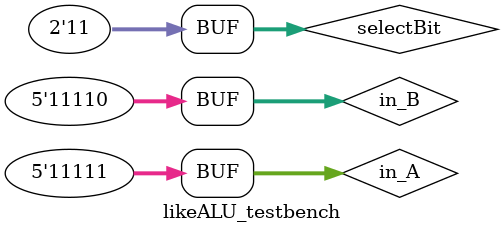
<source format=v>
`define DELAY 20
module likeALU_testbench();
reg [4:0]in_A, in_B;
reg [1:0] selectBit;
wire [4:0] outputFinal;

likeALU testing(outputFinal,in_A, in_B, selectBit);

initial begin
in_A= 5'b11110; in_B = 5'b10111; selectBit = 2'b00;
#`DELAY;
in_A= 5'b11111; in_B = 5'b11111; selectBit = 2'b01;
#`DELAY;
in_A= 5'b11010; in_B = 5'b11010; selectBit = 2'b10;
#`DELAY;
in_A= 5'b11111; in_B = 5'b11110; selectBit = 2'b11;
#`DELAY;
end
 
 
initial
begin
$monitor("time = %2d, in_A=%5b, in_B=%5b, selectBit=%2b, out=%5b", $time, in_A, in_B, selectBit, outputFinal);
end
 
endmodule
</source>
